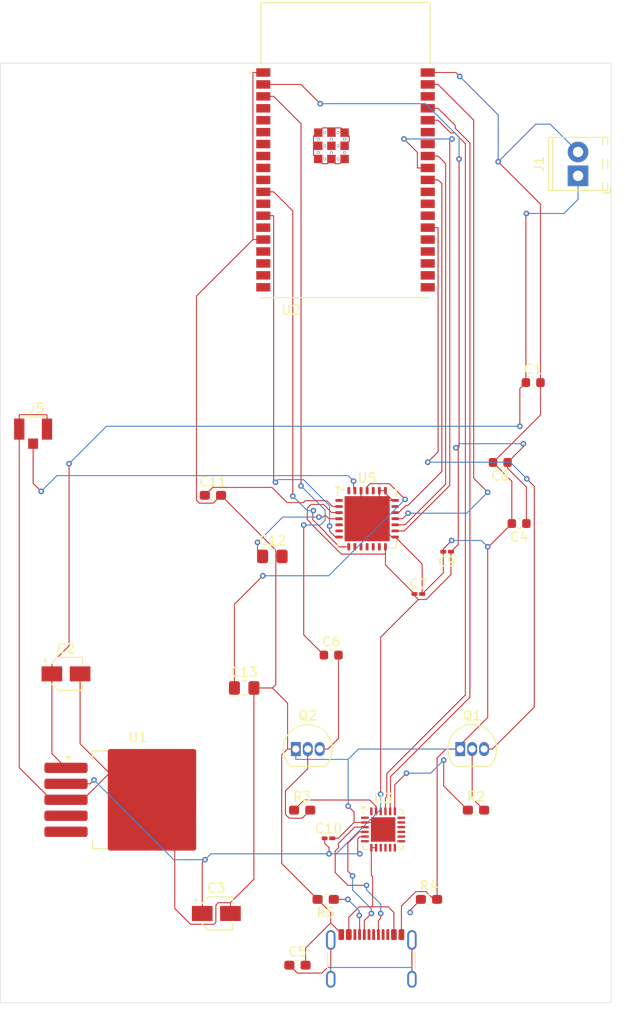
<source format=kicad_pcb>
(kicad_pcb (version 20240108) (generator "pcbnew") (generator_version "8.0")
  (layers (0 "F.Cu" signal) (31 "B.Cu" signal) (34 "B.Paste" user) (35 "F.Paste" user) (36 "B.SilkS" user "B.Silkscreen") (37 "F.SilkS" user "F.Silkscreen") (38 "B.Mask" user) (39 "F.Mask" user) (44 "Edge.Cuts" user))
  (net 0 "")
  (net 1 "GND")
  (net 2 "+12V")
  (net 3 "Net-(U1-OUT)")
  (net 4 "Net-(J4-SHIELD)")
  (net 5 "Net-(U2-EN)")
  (net 6 "Net-(Q2-C)")
  (net 7 "Net-(U5-VR_ANA)")
  (net 8 "Net-(U5-VR_DIG)")
  (net 9 "Net-(U5-VR_PA)")
  (net 11 "Net-(U3-D-)")
  (net 13 "Net-(U3-D+)")
  (net 14 "Net-(J4-CC1)")
  (net 15 "Net-(U3-VBUS)")
  (net 16 "Net-(J4-CC2)")
  (net 17 "Net-(J5-SIG)")
  (net 18 "Net-(Q1-C)")
  (net 19 "Net-(Q1-B)")
  (net 20 "Net-(Q2-B)")
  (net 21 "Net-(U3-~{RTS})")
  (net 22 "Net-(U3-~{DTR})")
  (net 26 "Net-(U2-IO19)")
  (net 30 "Net-(U2-EXP-Pad39_1)")
  (net 32 "Net-(U2-IO5)")
  (net 34 "Net-(U2-TXD0)")
  (net 39 "Net-(U2-IO18)")
  (net 44 "Net-(U2-IO14)")
  (net 47 "Net-(U2-RXD0)")
  (net 49 "Net-(U2-IO23)")
  (net 50 "Net-(U2-IO26)")
  (footprint "Capacitor_SMD:C_0603_1608Metric_Pad1.08x0.95mm_HandSolder" (layer "F.Cu") (at 134.6375 139 180)
    (property "Reference" "R5")
    (property "Value" "5.21kR")
  )
  (footprint "Capacitor_SMD:C_0201_0603Metric_Pad0.64x0.40mm_HandSolder" (layer "F.Cu") (at 134.9325 132.5)
    (property "Reference" "C10")
    (property "Value" "10uF")
  )
  (footprint "Capacitor_SMD:C_0603_1608Metric" (layer "F.Cu") (at 153.225 92.5 180)
    (property "Reference" "C8")
    (property "Value" "0.1uF")
  )
  (footprint "TerminalBlock_Phoenix:TerminalBlock_Phoenix_MPT-0,5-2-2.54_1x02_P2.54mm_Horizontal" (layer "F.Cu") (at 161.5 62 90)
    (property "Reference" "J1")
    (property "Value" "Screw_Terminal_01x02")
  )
  (footprint "Capacitor_SMD:C_0603_1608Metric_Pad1.08x0.95mm_HandSolder" (layer "F.Cu") (at 150.6375 129.5)
    (property "Reference" "R2")
    (property "Value" "10kR")
  )
  (footprint "Capacitor_SMD:C_0805_2012Metric_Pad1.18x1.45mm_HandSolder" (layer "F.Cu") (at 128.9625 102.5)
    (property "Reference" "C12")
    (property "Value" "1uF")
  )
  (footprint "Package_DFN_QFN:QFN-24-1EP_4x4mm_P0.5mm_EP2.6x2.6mm" (layer "F.Cu") (at 140.75 131.5625)
    (property "Reference" "U3")
    (property "Value" "CP2102N-Axx-xQFN24")
  )
  (footprint "Connector_USB:USB_C_Receptacle_GCT_USB4105-xx-A_16P_TopMnt_Horizontal" (layer "F.Cu") (at 139.5 146.425)
    (property "Reference" "J4" (hide yes))
    (property "Value" "USB_C_Receptacle_USB2.0_16P")
  )
  (footprint "Capacitor_SMD:C_0805_2012Metric_Pad1.18x1.45mm_HandSolder" (layer "F.Cu") (at 125.9625 116.5)
    (property "Reference" "C13")
    (property "Value" "1uF")
  )
  (footprint "Capacitor_SMD:C_0201_0603Metric_Pad0.64x0.40mm_HandSolder" (layer "F.Cu") (at 147.5675 102 180)
    (property "Reference" "C9")
    (property "Value" "10uF")
  )
  (footprint "Capacitor_SMD:C_0201_0603Metric_Pad0.64x0.40mm_HandSolder" (layer "F.Cu") (at 144.5 106.5)
    (property "Reference" "C7")
    (property "Value" "10uF")
  )
  (footprint "Capacitor_SMD:CP_Elec_3x5.3" (layer "F.Cu") (at 123 140.5)
    (property "Reference" "C3")
    (property "Value" "100uF")
  )
  (footprint "Capacitor_SMD:CP_Elec_3x5.3" (layer "F.Cu") (at 107 115)
    (property "Reference" "C2")
    (property "Value" "100uF")
  )
  (footprint "Package_TO_SOT_THT:TO-92_Inline" (layer "F.Cu") (at 148.96 123)
    (property "Reference" "Q1")
    (property "Value" "S8050")
  )
  (footprint "ESP32-WROVER-E-N4R8:XCVR_ESP32-WROVER-E-N4R8" (layer "F.Cu") (at 136.75 59.26)
    (property "Reference" "U2")
    (property "Value" "ESP32-WROVER-E-N4R8")
  )
  (footprint "UFL CONNECTOR:HRS_U.FL-R-SMT_01_" (layer "F.Cu") (at 103.5 88.95)
    (property "Reference" "J5")
    (property "Value" "U.FL-R-SMT_01_")
  )
  (footprint "Capacitor_SMD:C_0603_1608Metric_Pad1.08x0.95mm_HandSolder" (layer "F.Cu") (at 122.6375 96)
    (property "Reference" "C11")
    (property "Value" "1uF")
  )
  (footprint "Capacitor_SMD:C_0603_1608Metric_Pad1.08x0.95mm_HandSolder" (layer "F.Cu") (at 145.6375 139)
    (property "Reference" "R4")
    (property "Value" "5.21kR")
  )
  (footprint "Capacitor_SMD:C_0603_1608Metric" (layer "F.Cu") (at 155.225 99 180)
    (property "Reference" "C4")
    (property "Value" "0.1uF")
  )
  (footprint "Package_DFN_QFN:QFN-28-1EP_6x6mm_P0.65mm_EP4.8x4.8mm" (layer "F.Cu") (at 139.05 98.4875)
    (property "Reference" "U5")
    (property "Value" "SX1278")
  )
  (footprint "Capacitor_SMD:C_0603_1608Metric_Pad1.08x0.95mm_HandSolder" (layer "F.Cu") (at 131.6375 146)
    (property "Reference" "C5")
    (property "Value" "10nF")
  )
  (footprint "Package_TO_SOT_SMD:TO-263-5_TabPin3" (layer "F.Cu") (at 114.65 128.4)
    (property "Reference" "U1")
    (property "Value" "LM2596S-3.3")
  )
  (footprint "Capacitor_SMD:C_0603_1608Metric" (layer "F.Cu") (at 135.225 113)
    (property "Reference" "C6")
    (property "Value" "0.1uF")
  )
  (footprint "Package_TO_SOT_THT:TO-92_Inline" (layer "F.Cu") (at 131.46 123)
    (property "Reference" "Q2")
    (property "Value" "S8050")
  )
  (footprint "Capacitor_SMD:C_0603_1608Metric" (layer "F.Cu") (at 156.725 84)
    (property "Reference" "C1")
    (property "Value" "0.1uF")
  )
  (footprint "Capacitor_SMD:C_0603_1608Metric_Pad1.08x0.95mm_HandSolder" (layer "F.Cu") (at 132.1375 129.5)
    (property "Reference" "R3")
    (property "Value" "10kR")
  )
  (gr_line (start 100 50) (end 100 150) (stroke (width 0.05)) (layer "Edge.Cuts"))
  (gr_line (start 100 150) (end 165 150) (stroke (width 0.05)) (layer "Edge.Cuts"))
  (gr_line (start 165 50) (end 100 50) (stroke (width 0.05)) (layer "Edge.Cuts"))
  (gr_line (start 165 150) (end 165 50) (stroke (width 0.05)) (layer "Edge.Cuts"))
  (segment (start 136.9527 131.5223) (end 137.6625 130.8125) (width 0.1) (layer "F.Cu") (net 1))
  (segment (start 130.5832 118.1109) (end 130.5832 123) (width 0.1) (layer "F.Cu") (net 1))
  (segment (start 129.3318 101.8318) (end 129.3318 102.5) (width 0.1) (layer "F.Cu") (net 1))
  (segment (start 140.35 97.1875) (end 140.35 95.5) (width 0.1) (layer "F.Cu") (net 1))
  (segment (start 140 130.8125) (end 140.75 131.5625) (width 0.1) (layer "F.Cu") (net 1))
  (segment (start 147.16 101.6969) (end 148.0534 100.8035) (width 0.1) (layer "F.Cu") (net 1))
  (segment (start 146.147 139) (end 146.147 138.9999) (width 0.1) (layer "F.Cu") (net 1))
  (segment (start 128 68.78) (end 126.9992 68.78) (width 0.1) (layer "F.Cu") (net 1))
  (segment (start 140.35 95.5) (end 141 95.5) (width 0.1) (layer "F.Cu") (net 1))
  (segment (start 136.9526 131.5224) (end 136.9526 131.5223) (width 0.1) (layer "F.Cu") (net 1))
  (segment (start 135.1767 141.5089) (end 136.3 142.6322) (width 0.1) (layer "F.Cu") (net 1))
  (segment (start 141.2738 100.0398) (end 141.2738 96.5666) (width 0.1) (layer "F.Cu") (net 1))
  (segment (start 126.9992 68.78) (end 126.8998 68.78) (width 0.1) (layer "F.Cu") (net 1))
  (segment (start 142.0375 100.4375) (end 144.9075 103.3075) (width 0.1) (layer "F.Cu") (net 1))
  (segment (start 113.725 125.625) (end 113.725 128.4) (width 0.1) (layer "F.Cu") (net 1))
  (segment (start 126.8998 68.78) (end 126.8983 68.78) (width 0.1) (layer "F.Cu") (net 1))
  (segment (start 133.775 139) (end 129.9594 135.1844) (width 0.1) (layer "F.Cu") (net 1))
  (segment (start 118.575 139.9724) (end 120.2543 141.6517) (width 0.1) (layer "F.Cu") (net 1))
  (segment (start 145.3195 138.1724) (end 144.2305 138.1724) (width 0.1) (layer "F.Cu") (net 1))
  (segment (start 154.45 94.5) (end 152.45 92.5) (width 0.1) (layer "F.Cu") (net 1))
  (segment (start 108.5 115) (end 108.5 122.442) (width 0.1) (layer "F.Cu") (net 1))
  (segment (start 108.7894 128.4) (end 111.6237 125.5657) (width 0.1) (layer "F.Cu") (net 1))
  (segment (start 116.15 128.05) (end 118.575 125.625) (width 0.1) (layer "F.Cu") (net 1))
  (segment (start 118.575 125.625) (end 118.575 131.175) (width 0.1) (layer "F.Cu") (net 1))
  (segment (start 135.975 132.5) (end 135.34 132.5) (width 0.1) (layer "F.Cu") (net 1))
  (segment (start 118.575 131.175) (end 118.575 139.9724) (width 0.1) (layer "F.Cu") (net 1))
  (segment (start 137.6625 129.7084) (end 137.03 129.0759) (width 0.1) (layer "F.Cu") (net 1))
  (segment (start 120.2543 141.6517) (end 122.7457 141.6517) (width 0.1) (layer "F.Cu") (net 1))
  (segment (start 157.5 65) (end 157.5 84) (width 0.1) (layer "F.Cu") (net 1))
  (segment (start 154.45 99) (end 151.9772 101.4728) (width 0.1) (layer "F.Cu") (net 1))
  (segment (start 113.725 128.4) (end 113.725 131.175) (width 0.1) (layer "F.Cu") (net 1))
  (segment (start 132.5 146) (end 132.5 144.1856) (width 0.1) (layer "F.Cu") (net 1))
  (segment (start 122.7457 141.6517) (end 122.9517 141.4457) (width 0.1) (layer "F.Cu") (net 1))
  (segment (start 122.669 96.831) (end 123.5 96) (width 0.1) (layer "F.Cu") (net 1))
  (segment (start 130.5832 123) (end 130.5833 123) (width 0.1) (layer "F.Cu") (net 1))
  (segment (start 102.025 88.2116) (end 102.025 87.4733) (width 0.1) (layer "F.Cu") (net 1))
  (segment (start 136.9526 131.5223) (end 136.9527 131.5223) (width 0.1) (layer "F.Cu") (net 1))
  (segment (start 142.0375 100.4375) (end 141.6715 100.4375) (width 0.1) (layer "F.Cu") (net 1))
  (segment (start 157.5 87.45) (end 152.45 92.5) (width 0.1) (layer "F.Cu") (net 1))
  (segment (start 124.5 139.3483) (end 127 136.8483) (width 0.1) (layer "F.Cu") (net 1))
  (segment (start 132.5 144.1856) (end 135.1767 141.5089) (width 0.1) (layer "F.Cu") (net 1))
  (segment (start 137.6625 130.8125) (end 138.8125 130.8125) (width 0.1) (layer "F.Cu") (net 1))
  (segment (start 148.0833 123) (end 147.4548 123) (width 0.1) (layer "F.Cu") (net 1))
  (segment (start 126.8998 68.78) (end 120.8849 74.7949) (width 0.1) (layer "F.Cu") (net 1))
  (segment (start 102.0834 87.4149) (end 102.025 87.4733) (width 0.1) (layer "F.Cu") (net 1))
  (segment (start 121.1916 96.831) (end 122.669 96.831) (width 0.1) (layer "F.Cu") (net 1))
  (segment (start 148.5217 123) (end 148.0833 123) (width 0.1) (layer "F.Cu") (net 1))
  (segment (start 128.9723 116.5) (end 127 116.5) (width 0.1) (layer "F.Cu") (net 1))
  (segment (start 151.9772 101.4728) (end 151.882 101.4728) (width 0.1) (layer "F.Cu") (net 1))
  (segment (start 148.96 123) (end 148.5217 123) (width 0.1) (layer "F.Cu") (net 1))
  (segment (start 107 128.4) (end 108.7894 128.4) (width 0.1) (layer "F.Cu") (net 1))
  (segment (start 141.7682 96.5375) (end 142.0375 96.5375) (width 0.1) (layer "F.Cu") (net 1))
  (segment (start 142.7 139.7029) (end 142.7 142.745) (width 0.1) (layer "F.Cu") (net 1))
  (segment (start 120.8849 74.7949) (end 120.8849 96.5243) (width 0.1) (layer "F.Cu") (net 1))
  (segment (start 113.6657 125.5657) (end 113.725 125.625) (width 0.1) (layer "F.Cu") (net 1))
  (segment (start 133.775 139) (end 135.1767 140.4017) (width 0.1) (layer "F.Cu") (net 1))
  (segment (start 129.3318 116.1405) (end 129.3318 102.5) (width 0.1) (layer "F.Cu") (net 1))
  (segment (start 129.9594 135.1844) (end 129.9594 123.6238) (width 0.1) (layer "F.Cu") (net 1))
  (segment (start 128.9723 116.5) (end 129.3318 116.1405) (width 0.1) (layer "F.Cu") (net 1))
  (segment (start 104.975 87.4733) (end 104.9166 87.4149) (width 0.1) (layer "F.Cu") (net 1))
  (segment (start 108.5 122.442) (end 111.6237 125.5657) (width 0.1) (layer "F.Cu") (net 1))
  (segment (start 102.025 88.2116) (end 102.025 88.95) (width 0.1) (layer "F.Cu") (net 1))
  (segment (start 138.4 97.8375) (end 138.4 95.5) (width 0.1) (layer "F.Cu") (net 1))
  (segment (start 126.8983 51) (end 126.8983 68.78) (width 0.1) (layer "F.Cu") (net 1))
  (segment (start 144.2305 138.1724) (end 142.7 139.7029) (width 0.1) (layer "F.Cu") (net 1))
  (segment (start 153 60.5) (end 157.5 65) (width 0.1) (layer "F.Cu") (net 1))
  (segment (start 148.9116 51.4278) (end 148.4838 51) (width 0.1) (layer "F.Cu") (net 1))
  (segment (start 141 95.5) (end 141 95.7693) (width 0.1) (layer "F.Cu") (net 1))
  (segment (start 122.9517 141.4457) (end 122.9517 139.6135) (width 0.1) (layer "F.Cu") (net 1))
  (segment (start 129.9594 123.6238) (end 130.5832 123) (width 0.1) (layer "F.Cu") (net 1))
  (segment (start 138.8125 130.8125) (end 140 130.8125) (width 0.1) (layer "F.Cu") (net 1))
  (segment (start 154.45 99) (end 154.45 94.5) (width 0.1) (layer "F.Cu") (net 1))
  (segment (start 139.05 98.4875) (end 140.35 97.1875) (width 0.1) (layer "F.Cu") (net 1))
  (segment (start 144.9075 106.5) (end 147.16 104.2475) (width 0.1) (layer "F.Cu") (net 1))
  (segment (start 111.6237 125.5657) (end 113.6657 125.5657) (width 0.1) (layer "F.Cu") (net 1))
  (segment (start 102.025 124.98) (end 105.445 128.4) (width 0.1) (layer "F.Cu") (net 1))
  (segment (start 104.9166 87.4149) (end 102.0834 87.4149) (width 0.1) (layer "F.Cu") (net 1))
  (segment (start 127 136.8483) (end 127 116.5) (width 0.1) (layer "F.Cu") (net 1))
  (segment (start 141.6715 100.4375) (end 141.2738 100.0398) (width 0.1) (layer "F.Cu") (net 1))
  (segment (start 146.5 123.9548) (end 146.5 139) (width 0.1) (layer "F.Cu") (net 1))
  (segment (start 148.4838 51) (end 145.5 51) (width 0.1) (layer "F.Cu") (net 1))
  (segment (start 123.5 96) (end 129.3318 101.8318) (width 0.1) (layer "F.Cu") (net 1))
  (segment (start 135.975 132.5) (end 136.9526 131.5224) (width 0.1) (layer "F.Cu") (net 1))
  (segment (start 141.3029 96.5375) (end 142.0375 96.5375) (width 0.1) (layer "F.Cu") (net 1))
  (segment (start 120.8849 96.5243) (end 121.1916 96.831) (width 0.1) (layer "F.Cu") (net 1))
  (segment (start 151.882 119.6397) (end 148.5217 123) (width 0.1) (layer "F.Cu") (net 1))
  (segment (start 131.46 123) (end 130.5833 123) (width 0.1) (layer "F.Cu") (net 1))
  (segment (start 129.3318 102.5) (end 130 102.5) (width 0.1) (layer "F.Cu") (net 1))
  (segment (start 147.16 102) (end 147.16 101.6969) (width 0.1) (layer "F.Cu") (net 1))
  (segment (start 128 51) (end 126.8983 51) (width 0.1) (layer "F.Cu") (net 1))
  (segment (start 122.9517 139.6135) (end 123.2169 139.3483) (width 0.1) (layer "F.Cu") (net 1))
  (segment (start 123.2169 139.3483) (end 124.5 139.3483) (width 0.1) (layer "F.Cu") (net 1))
  (segment (start 146.147 138.9999) (end 145.3195 138.1724) (width 0.1) (layer "F.Cu") (net 1))
  (segment (start 147.4548 123) (end 146.5 123.9548) (width 0.1) (layer "F.Cu") (net 1))
  (segment (start 116.15 128.4) (end 113.725 128.4) (width 0.1) (layer "F.Cu") (net 1))
  (segment (start 157.5 84) (end 157.5 87.45) (width 0.1) (layer "F.Cu") (net 1))
  (segment (start 128.9723 116.5) (end 130.5832 118.1109) (width 0.1) (layer "F.Cu") (net 1))
  (segment (start 146.5 139) (end 146.147 139) (width 0.1) (layer "F.Cu") (net 1))
  (segment (start 116.15 128.4) (end 116.15 128.05) (width 0.1) (layer "F.Cu") (net 1))
  (segment (start 105.445 128.4) (end 107 128.4) (width 0.1) (layer "F.Cu") (net 1))
  (segment (start 135.1767 140.4017) (end 135.1767 141.5089) (width 0.1) (layer "F.Cu") (net 1))
  (segment (start 151.882 101.4728) (end 151.882 119.6397) (width 0.1) (layer "F.Cu") (net 1))
  (segment (start 102.025 88.95) (end 102.025 124.98) (width 0.1) (layer "F.Cu") (net 1))
  (segment (start 141.2738 96.5666) (end 141.3029 96.5375) (width 0.1) (layer "F.Cu") (net 1))
  (segment (start 144.9075 103.3075) (end 144.9075 106.5) (width 0.1) (layer "F.Cu") (net 1))
  (segment (start 136.3 142.6322) (end 136.3 142.745) (width 0.1) (layer "F.Cu") (net 1))
  (segment (start 104.975 88.95) (end 104.975 87.4733) (width 0.1) (layer "F.Cu") (net 1))
  (segment (start 141 95.7693) (end 141.7682 96.5375) (width 0.1) (layer "F.Cu") (net 1))
  (segment (start 139.05 98.4875) (end 138.4 97.8375) (width 0.1) (layer "F.Cu") (net 1))
  (segment (start 137.6625 130.8125) (end 137.6625 129.7084) (width 0.1) (layer "F.Cu") (net 1))
  (segment (start 147.16 104.2475) (end 147.16 102) (width 0.1) (layer "F.Cu") (net 1))
  (segment (start 124.5 140.5) (end 124.5 139.3483) (width 0.1) (layer "F.Cu") (net 1))
  (via (at 148.0534 100.8035) (size 0.6) (drill 0.3) (layers "F.Cu" "B.Cu") (net 1))
  (via (at 148.9116 51.4278) (size 0.6) (drill 0.3) (layers "F.Cu" "B.Cu") (net 1))
  (via (at 151.882 101.4728) (size 0.6) (drill 0.3) (layers "F.Cu" "B.Cu") (net 1))
  (via (at 153 60.5) (size 0.6) (drill 0.3) (layers "F.Cu" "B.Cu") (net 1))
  (via (at 137.03 129.0759) (size 0.6) (drill 0.3) (layers "F.Cu" "B.Cu") (net 1))
  (segment (start 151.2127 100.8035) (end 151.882 101.4728) (width 0.1) (layer "B.Cu") (net 1))
  (segment (start 137.03 129.0759) (end 137.03 124.1017) (width 0.1) (layer "B.Cu") (net 1))
  (segment (start 138.1317 123) (end 137.03 124.1017) (width 0.1) (layer "B.Cu") (net 1))
  (segment (start 157 56.5) (end 157.04 56.46) (width 0.1) (layer "B.Cu") (net 1))
  (segment (start 157 56.5) (end 158.54 56.5) (width 0.1) (layer "B.Cu") (net 1))
  (segment (start 153 60.5) (end 157 56.5) (width 0.1) (layer "B.Cu") (net 1))
  (segment (start 131.46 123) (end 131.46 124.1017) (width 0.1) (layer "B.Cu") (net 1))
  (segment (start 148.96 123) (end 148.0833 123) (width 0.1) (layer "B.Cu") (net 1))
  (segment (start 148.0833 123) (end 138.1317 123) (width 0.1) (layer "B.Cu") (net 1))
  (segment (start 158.54 56.5) (end 161.5 59.46) (width 0.1) (layer "B.Cu") (net 1))
  (segment (start 137.03 124.1017) (end 131.46 124.1017) (width 0.1) (layer "B.Cu") (net 1))
  (segment (start 148.0534 100.8035) (end 151.2127 100.8035) (width 0.1) (layer "B.Cu") (net 1))
  (segment (start 153 60.5) (end 153 55.5162) (width 0.1) (layer "B.Cu") (net 1))
  (segment (start 153 55.5162) (end 148.9116 51.4278) (width 0.1) (layer "B.Cu") (net 1))
  (segment (start 105.5 123.5) (end 105.5 115) (width 0.1) (layer "F.Cu") (net 2))
  (segment (start 155.307 84.643) (end 155.95 84) (width 0.1) (layer "F.Cu") (net 2))
  (segment (start 107 125) (end 105.5 123.5) (width 0.1) (layer "F.Cu") (net 2))
  (segment (start 105.5 115) (end 105.5 113.8483) (width 0.1) (layer "F.Cu") (net 2))
  (segment (start 155.95 84) (end 155.95 66.05) (width 0.1) (layer "F.Cu") (net 2))
  (segment (start 107.326 112.0223) (end 107.326 92.6315) (width 0.1) (layer "F.Cu") (net 2))
  (segment (start 105.5 113.8483) (end 107.326 112.0223) (width 0.1) (layer "F.Cu") (net 2))
  (segment (start 155.95 66.05) (end 156 66) (width 0.1) (layer "F.Cu") (net 2))
  (segment (start 155.307 88.65) (end 155.307 84.643) (width 0.1) (layer "F.Cu") (net 2))
  (via (at 107.326 92.6315) (size 0.6) (drill 0.3) (layers "F.Cu" "B.Cu") (net 2))
  (via (at 156 66) (size 0.6) (drill 0.3) (layers "F.Cu" "B.Cu") (net 2))
  (via (at 155.307 88.65) (size 0.6) (drill 0.3) (layers "F.Cu" "B.Cu") (net 2))
  (segment (start 161.5 64.5) (end 161.5 62) (width 0.1) (layer "B.Cu") (net 2))
  (segment (start 156 66) (end 160 66) (width 0.1) (layer "B.Cu") (net 2))
  (segment (start 111.3075 88.65) (end 155.307 88.65) (width 0.1) (layer "B.Cu") (net 2))
  (segment (start 107.326 92.6315) (end 111.3075 88.65) (width 0.1) (layer "B.Cu") (net 2))
  (segment (start 160 66) (end 161.5 64.5) (width 0.1) (layer "B.Cu") (net 2))
  (segment (start 148.8376 90.846) (end 148.7523 90.9313) (width 0.1) (layer "F.Cu") (net 3))
  (segment (start 155.9999 99) (end 156 99) (width 0.1) (layer "F.Cu") (net 3))
  (segment (start 135.277 97.8375) (end 134.4121 96.9726) (width 0.1) (layer "F.Cu") (net 3))
  (segment (start 147.975 102) (end 147.975 104.4394) (width 0.1) (layer "F.Cu") (net 3))
  (segment (start 155.9999 95.1155) (end 155.9999 99) (width 0.1) (layer "F.Cu") (net 3))
  (segment (start 133.011 98.9593) (end 136.3038 102.2521) (width 0.1) (layer "F.Cu") (net 3))
  (segment (start 133.011 98.8988) (end 133.011 98.9593) (width 0.1) (layer "F.Cu") (net 3))
  (segment (start 121.5 135.0747) (end 121.7941 134.7806) (width 0.1) (layer "F.Cu") (net 3))
  (segment (start 144.5039 107.0866) (end 140.489 111.1015) (width 0.1) (layer "F.Cu") (net 3))
  (segment (start 138.0462 132.5557) (end 138.2894 132.3125) (width 0.1) (layer "F.Cu") (net 3))
  (segment (start 134.525 133.025) (end 134.525 132.5) (width 0.1) (layer "F.Cu") (net 3))
  (segment (start 136.0625 97.8375) (end 135.277 97.8375) (width 0.1) (layer "F.Cu") (net 3))
  (segment (start 136.3038 102.2521) (end 141 102.2521) (width 0.1) (layer "F.Cu") (net 3))
  (segment (start 121.5 140.5) (end 121.5 135.0747) (width 0.1) (layer "F.Cu") (net 3))
  (segment (start 141 102.2521) (end 141 103.4075) (width 0.1) (layer "F.Cu") (net 3))
  (segment (start 134.4121 96.9726) (end 133.062 96.9726) (width 0.1) (layer "F.Cu") (net 3))
  (segment (start 154 92.5) (end 155.6791 90.8209) (width 0.1) (layer "F.Cu") (net 3))
  (segment (start 132.6802 98.568) (end 133.011 98.8988) (width 0.1) (layer "F.Cu") (net 3))
  (segment (start 107 126.7) (end 109.5677 126.7) (width 0.1) (layer "F.Cu") (net 3))
  (segment (start 154 92.5) (end 154 93.1156) (width 0.1) (layer "F.Cu") (net 3))
  (segment (start 140.489 111.1015) (end 140.489 127.8) (width 0.1) (layer "F.Cu") (net 3))
  (segment (start 147.975 102) (end 148.7523 101.2227) (width 0.1) (layer "F.Cu") (net 3))
  (segment (start 154 93.1156) (end 155.9999 95.1155) (width 0.1) (layer "F.Cu") (net 3))
  (segment (start 155.6791 90.8209) (end 155.6791 90.5053) (width 0.1) (layer "F.Cu") (net 3))
  (segment (start 148.7523 90.9313) (end 148.4963 90.9313) (width 0.1) (layer "F.Cu") (net 3))
  (segment (start 138.2777 134.1511) (end 138.0462 133.9196) (width 0.1) (layer "F.Cu") (net 3))
  (segment (start 148.8376 60.2134) (end 148.8376 90.846) (width 0.1) (layer "F.Cu") (net 3))
  (segment (start 141 101.475) (end 141 102.2521) (width 0.1) (layer "F.Cu") (net 3))
  (segment (start 138.2894 132.3125) (end 138.8125 132.3125) (width 0.1) (layer "F.Cu") (net 3))
  (segment (start 138.0462 133.9196) (end 138.0462 132.5557) (width 0.1) (layer "F.Cu") (net 3))
  (segment (start 132.0104 52.27) (end 134.0596 54.3192) (width 0.1) (layer "F.Cu") (net 3))
  (segment (start 144.0925 106.6752) (end 144.5039 107.0866) (width 0.1) (layer "F.Cu") (net 3))
  (segment (start 128 52.27) (end 132.0104 52.27) (width 0.1) (layer "F.Cu") (net 3))
  (segment (start 144.0925 106.5) (end 144.0925 106.6752) (width 0.1) (layer "F.Cu") (net 3))
  (segment (start 132.6802 97.3544) (end 132.6802 98.568) (width 0.1) (layer "F.Cu") (net 3))
  (segment (start 141 103.4075) (end 144.0925 106.5) (width 0.1) (layer "F.Cu") (net 3))
  (segment (start 147.975 104.4394) (end 145.3278 107.0866) (width 0.1) (layer "F.Cu") (net 3))
  (segment (start 145.3278 107.0866) (end 144.5039 107.0866) (width 0.1) (layer "F.Cu") (net 3))
  (segment (start 135 133.5) (end 134.525 133.025) (width 0.1) (layer "F.Cu") (net 3))
  (segment (start 109.5677 126.7) (end 109.9784 126.2893) (width 0.1) (layer "F.Cu") (net 3))
  (segment (start 133.062 96.9726) (end 132.6802 97.3544) (width 0.1) (layer "F.Cu") (net 3))
  (segment (start 135 134.1511) (end 135 133.5) (width 0.1) (layer "F.Cu") (net 3))
  (segment (start 148.7523 101.2227) (end 148.7523 90.9313) (width 0.1) (layer "F.Cu") (net 3))
  (via (at 121.7941 134.7806) (size 0.6) (drill 0.3) (layers "F.Cu" "B.Cu") (net 3))
  (via (at 109.9784 126.2893) (size 0.6) (drill 0.3) (layers "F.Cu" "B.Cu") (net 3))
  (via (at 140.489 127.8) (size 0.6) (drill 0.3) (layers "F.Cu" "B.Cu") (net 3))
  (via (at 134.0596 54.3192) (size 0.6) (drill 0.3) (layers "F.Cu" "B.Cu") (net 3))
  (via (at 155.6791 90.5053) (size 0.6) (drill 0.3) (layers "F.Cu" "B.Cu") (net 3))
  (via (at 148.8376 60.2134) (size 0.6) (drill 0.3) (layers "F.Cu" "B.Cu") (net 3))
  (via (at 148.4963 90.9313) (size 0.6) (drill 0.3) (layers "F.Cu" "B.Cu") (net 3))
  (via (at 135 134.1511) (size 0.6) (drill 0.3) (layers "F.Cu" "B.Cu") (net 3))
  (via (at 138.2777 134.1511) (size 0.6) (drill 0.3) (layers "F.Cu" "B.Cu") (net 3))
  (segment (start 135 134.1511) (end 135.7622 134.1511) (width 0.1) (layer "B.Cu") (net 3))
  (segment (start 155.6791 90.5053) (end 148.9223 90.5053) (width 0.1) (layer "B.Cu") (net 3))
  (segment (start 135.7622 134.1511) (end 140.489 129.4243) (width 0.1) (layer "B.Cu") (net 3))
  (segment (start 136.0403 134.1511) (end 122.4236 134.1511) (width 0.1) (layer "B.Cu") (net 3))
  (segment (start 118.4697 134.7806) (end 121.7941 134.7806) (width 0.1) (layer "B.Cu") (net 3))
  (segment (start 148.9223 90.5053) (end 148.4963 90.9313) (width 0.1) (layer "B.Cu") (net 3))
  (segment (start 134.0596 54.3192) (end 145.2638 54.3192) (width 0.1) (layer "B.Cu") (net 3))
  (segment (start 136.0403 134.1511) (end 135 134.1511) (width 0.1) (layer "B.Cu") (net 3))
  (segment (start 136.0403 134.1511) (end 138.2777 134.1511) (width 0.1) (layer "B.Cu") (net 3))
  (segment (start 109.9784 126.2893) (end 118.4697 134.7806) (width 0.1) (layer "B.Cu") (net 3))
  (segment (start 122.4236 134.1511) (end 121.7941 134.7806) (width 0.1) (layer "B.Cu") (net 3))
  (segment (start 148.8376 57.893) (end 148.8376 60.2134) (width 0.1) (layer "B.Cu") (net 3))
  (segment (start 145.2638 54.3192) (end 148.8376 57.893) (width 0.1) (layer "B.Cu") (net 3))
  (segment (start 140.489 129.4243) (end 140.489 127.8) (width 0.1) (layer "B.Cu") (net 3))
  (segment (start 135.18 146.2483) (end 134.8272 146.2483) (width 0.1) (layer "F.Cu") (net 4))
  (segment (start 135.18 147.5) (end 135.18 146.2483) (width 0.1) (layer "F.Cu") (net 4))
  (segment (start 131.6163 146.8413) (end 130.775 146) (width 0.1) (layer "F.Cu") (net 4))
  (segment (start 135.18 146.2483) (end 135.18 143.32) (width 0.1) (layer "F.Cu") (net 4))
  (segment (start 134.2342 146.8413) (end 131.6163 146.8413) (width 0.1) (layer "F.Cu") (net 4))
  (segment (start 143.82 147.5) (end 143.82 143.32) (width 0.1) (layer "F.Cu") (net 4))
  (segment (start 134.8272 146.2483) (end 134.2342 146.8413) (width 0.1) (layer "F.Cu") (net 4))
  (segment (start 143.82 147.5) (end 143.82 146.2483) (width 0.1) (layer "B.Cu") (net 4))
  (segment (start 135.18 147.5) (end 135.18 146.2483) (width 0.1) (layer "B.Cu") (net 4))
  (segment (start 135.18 146.2483) (end 143.82 146.2483) (width 0.1) (layer "B.Cu") (net 4))
  (segment (start 129.1017 53.54) (end 132.0134 56.4517) (width 0.1) (layer "F.Cu") (net 5))
  (segment (start 132.302 110.852) (end 134.45 113) (width 0.1) (layer "F.Cu") (net 5))
  (segment (start 132.302 99.1562) (end 132.302 110.852) (width 0.1) (layer "F.Cu") (net 5))
  (segment (start 132.0134 56.4517) (end 132.0134 94.9983) (width 0.1) (layer "F.Cu") (net 5))
  (segment (start 128 53.54) (end 129.1017 53.54) (width 0.1) (layer "F.Cu") (net 5))
  (via (at 132.0134 94.9983) (size 0.6) (drill 0.3) (layers "F.Cu" "B.Cu") (net 5))
  (via (at 132.302 99.1562) (size 0.6) (drill 0.3) (layers "F.Cu" "B.Cu") (net 5))
  (segment (start 134.5821 97.567) (end 134.5821 98.6519) (width 0.1) (layer "B.Cu") (net 5))
  (segment (start 134.0778 99.1562) (end 132.302 99.1562) (width 0.1) (layer "B.Cu") (net 5))
  (segment (start 134.5821 98.6519) (end 134.0778 99.1562) (width 0.1) (layer "B.Cu") (net 5))
  (segment (start 132.0134 94.9983) (end 134.5821 97.567) (width 0.1) (layer "B.Cu") (net 5))
  (segment (start 134 123) (end 134.8767 123) (width 0.1) (layer "F.Cu") (net 6))
  (segment (start 136 113) (end 136 121.8767) (width 0.1) (layer "F.Cu") (net 6))
  (segment (start 136 121.8767) (end 134.8767 123) (width 0.1) (layer "F.Cu") (net 6))
  (segment (start 121.775 96) (end 122.6114 95.1636) (width 0.1) (layer "F.Cu") (net 7))
  (segment (start 128.9224 95.1636) (end 130.5334 96.7746) (width 0.1) (layer "F.Cu") (net 7))
  (segment (start 132.4661 96.5709) (end 134.7448 96.5709) (width 0.1) (layer "F.Cu") (net 7))
  (segment (start 134.7448 96.5709) (end 135.3614 97.1875) (width 0.1) (layer "F.Cu") (net 7))
  (segment (start 130.5334 96.7746) (end 132.2624 96.7746) (width 0.1) (layer "F.Cu") (net 7))
  (segment (start 132.2624 96.7746) (end 132.4661 96.5709) (width 0.1) (layer "F.Cu") (net 7))
  (segment (start 135.3614 97.1875) (end 136.0625 97.1875) (width 0.1) (layer "F.Cu") (net 7))
  (segment (start 122.6114 95.1636) (end 128.9224 95.1636) (width 0.1) (layer "F.Cu") (net 7))
  (segment (start 134.5946 98.0968) (end 134.3766 98.3148) (width 0.1) (layer "F.Cu") (net 8))
  (segment (start 136.0625 98.4875) (end 134.9853 98.4875) (width 0.1) (layer "F.Cu") (net 8))
  (segment (start 127.3827 101.9577) (end 127.3827 101.0039) (width 0.1) (layer "F.Cu") (net 8))
  (segment (start 134.9853 98.4875) (end 134.5946 98.0968) (width 0.1) (layer "F.Cu") (net 8))
  (segment (start 127.925 102.5) (end 127.3827 101.9577) (width 0.1) (layer "F.Cu") (net 8))
  (segment (start 134.3766 98.3148) (end 133.9167 98.3148) (width 0.1) (layer "F.Cu") (net 8))
  (via (at 133.9167 98.3148) (size 0.6) (drill 0.3) (layers "F.Cu" "B.Cu") (net 8))
  (via (at 127.3827 101.0039) (size 0.6) (drill 0.3) (layers "F.Cu" "B.Cu") (net 8))
  (segment (start 130.0717 98.3149) (end 133.9167 98.3149) (width 0.1) (layer "B.Cu") (net 8))
  (segment (start 127.3827 101.0039) (end 130.0717 98.3149) (width 0.1) (layer "B.Cu") (net 8))
  (segment (start 133.9167 98.3149) (end 133.9167 98.3148) (width 0.1) (layer "B.Cu") (net 8))
  (segment (start 141.4271 94.7582) (end 143.0937 96.4248) (width 0.1) (layer "F.Cu") (net 9))
  (segment (start 124.925 116.5) (end 124.925 107.5924) (width 0.1) (layer "F.Cu") (net 9))
  (segment (start 139.05 95.074) (end 139.3658 94.7582) (width 0.1) (layer "F.Cu") (net 9))
  (segment (start 139.05 95.5) (end 139.05 95.074) (width 0.1) (layer "F.Cu") (net 9))
  (segment (start 124.925 107.5924) (end 127.9577 104.5597) (width 0.1) (layer "F.Cu") (net 9))
  (segment (start 139.3658 94.7582) (end 141.4271 94.7582) (width 0.1) (layer "F.Cu") (net 9))
  (via (at 127.9577 104.5597) (size 0.6) (drill 0.3) (layers "F.Cu" "B.Cu") (net 9))
  (via (at 143.0937 96.4248) (size 0.6) (drill 0.3) (layers "F.Cu" "B.Cu") (net 9))
  (segment (start 143.0937 96.4248) (end 134.9588 104.5597) (width 0.1) (layer "B.Cu") (net 9))
  (segment (start 134.9588 104.5597) (end 127.9577 104.5597) (width 0.1) (layer "B.Cu") (net 9))
  (segment (start 138.223714 131.8125) (end 137.018107 133.018107) (width 0.1) (layer "F.Cu") (net 11))
  (segment (start 138.75 141.25) (end 138.75 142.745) (width 0.1) (layer "F.Cu") (net 11))
  (segment (start 137.018107 133.018107) (end 137 133.036214) (width 0.1) (layer "F.Cu") (net 11))
  (segment (start 139.5 140.5) (end 138.75 141.25) (width 0.1) (layer "F.Cu") (net 11))
  (segment (start 137 133.036214) (end 137 136) (width 0.1) (layer "F.Cu") (net 11))
  (segment (start 138.8125 131.8125) (end 138.223714 131.8125) (width 0.1) (layer "F.Cu") (net 11))
  (segment (start 137 136) (end 137.5 136.5) (width 0.1) (layer "F.Cu") (net 11))
  (via (at 137.5 136.5) (size 0.6) (drill 0.3) (layers "F.Cu" "B.Cu") (net 11))
  (via (at 139.5 140.5) (size 0.6) (drill 0.3) (layers "F.Cu" "B.Cu") (net 11))
  (segment (start 137.5 136.5) (end 137.5 138) (width 0.1) (layer "B.Cu") (net 11))
  (segment (start 137.5 138) (end 139.5 140) (width 0.1) (layer "B.Cu") (net 11))
  (segment (start 139.5 140) (end 139.5 140.5) (width 0.1) (layer "B.Cu") (net 11))
  (segment (start 135.65 136.15) (end 135.65 133.85) (width 0.1) (layer "F.Cu") (net 13))
  (segment (start 137.728186 131.3125) (end 138.8125 131.3125) (width 0.1) (layer "F.Cu") (net 13))
  (segment (start 136 133.5) (end 136 133.040686) (width 0.1) (layer "F.Cu") (net 13))
  (segment (start 140.5 140.5) (end 140.5 141) (width 0.1) (layer "F.Cu") (net 13))
  (segment (start 140.5 141) (end 140.25 141.25) (width 0.1) (layer "F.Cu") (net 13))
  (segment (start 136 133.040686) (end 137.728186 131.3125) (width 0.1) (layer "F.Cu") (net 13))
  (segment (start 140.25 141.25) (end 140.25 142.745) (width 0.1) (layer "F.Cu") (net 13))
  (segment (start 137 137.5) (end 135.65 136.15) (width 0.1) (layer "F.Cu") (net 13))
  (segment (start 135.65 133.85) (end 136 133.5) (width 0.1) (layer "F.Cu") (net 13))
  (segment (start 138.9843 137.5) (end 137 137.5) (width 0.1) (layer "F.Cu") (net 13))
  (via (at 138.9843 137.5) (size 0.6) (drill 0.3) (layers "F.Cu" "B.Cu") (net 13))
  (via (at 140.5 140.5) (size 0.6) (drill 0.3) (layers "F.Cu" "B.Cu") (net 13))
  (segment (start 138.9843 137.9843) (end 138.9843 137.5) (width 0.1) (layer "B.Cu") (net 13))
  (segment (start 140.5 139.5) (end 138.9843 137.9843) (width 0.1) (layer "B.Cu") (net 13))
  (segment (start 140.5 140.5) (end 140.5 139.5) (width 0.1) (layer "B.Cu") (net 13))
  (segment (start 138.20962 140.70962) (end 138.25 140.75) (width 0.1) (layer "F.Cu") (net 14))
  (segment (start 135.5 139) (end 137 139) (width 0.1) (layer "F.Cu") (net 14))
  (segment (start 138.25 140.75) (end 138.25 142.745) (width 0.1) (layer "F.Cu") (net 14))
  (via (at 137 139) (size 0.6) (drill 0.3) (layers "F.Cu" "B.Cu") (net 14))
  (via (at 138.20962 140.70962) (size 0.6) (drill 0.3) (layers "F.Cu" "B.Cu") (net 14))
  (segment (start 138.20962 140.20962) (end 137 139) (width 0.1) (layer "B.Cu") (net 14))
  (segment (start 138.20962 140.70962) (end 138.20962 140.20962) (width 0.1) (layer "B.Cu") (net 14))
  (segment (start 141.2902 139.7902) (end 139.4951 139.7902) (width 0.1) (layer "F.Cu") (net 15))
  (segment (start 139.5 133.5) (end 140 133.5) (width 0.1) (layer "F.Cu") (net 15))
  (segment (start 139.6343 136.568) (end 139.5 136.4337) (width 0.1) (layer "F.Cu") (net 15))
  (segment (start 139.5 136.4337) (end 139.5 133.5) (width 0.1) (layer "F.Cu") (net 15))
  (segment (start 141.9 142.745) (end 141.9 140.4) (width 0.1) (layer "F.Cu") (net 15))
  (segment (start 138.2098 139.7902) (end 137.1 140.9) (width 0.1) (layer "F.Cu") (net 15))
  (segment (start 139.6343 139.651) (end 139.6343 136.568) (width 0.1) (layer "F.Cu") (net 15))
  (segment (start 139.4951 139.7902) (end 138.2098 139.7902) (width 0.1) (layer "F.Cu") (net 15))
  (segment (start 139.4951 139.7902) (end 139.6343 139.651) (width 0.1) (layer "F.Cu") (net 15))
  (segment (start 141.9 140.4) (end 141.2902 139.7902) (width 0.1) (layer "F.Cu") (net 15))
  (segment (start 137.1 140.9) (end 137.1 142.745) (width 0.1) (layer "F.Cu") (net 15))
  (segment (start 143.634 140.141) (end 144.775 139) (width 0.1) (layer "F.Cu") (net 16))
  (segment (start 143.634 140.3967) (end 143.634 140.141) (width 0.1) (layer "F.Cu") (net 16))
  (via (at 143.634 140.3967) (size 0.6) (drill 0.3) (layers "F.Cu" "B.Cu") (net 16))
  (segment (start 137.6068 95.3568) (end 137.75 95.5) (width 0.1) (layer "F.Cu") (net 17))
  (segment (start 103.5 94.723) (end 103.5 90.5) (width 0.1) (layer "F.Cu") (net 17))
  (segment (start 104.3556 95.5786) (end 103.5 94.723) (width 0.1) (layer "F.Cu") (net 17))
  (segment (start 137.6068 94.483) (end 137.6068 95.3568) (width 0.1) (layer "F.Cu") (net 17))
  (via (at 104.3556 95.5786) (size 0.6) (drill 0.3) (layers "F.Cu" "B.Cu") (net 17))
  (via (at 137.6068 94.483) (size 0.6) (drill 0.3) (layers "F.Cu" "B.Cu") (net 17))
  (segment (start 137.6068 94.483) (end 137.0233 93.8995) (width 0.1) (layer "B.Cu") (net 17))
  (segment (start 137.0233 93.8995) (end 106.0347 93.8995) (width 0.1) (layer "B.Cu") (net 17))
  (segment (start 106.0347 93.8995) (end 104.3556 95.5786) (width 0.1) (layer "B.Cu") (net 17))
  (segment (start 156.8425 95.0344) (end 156.0535 94.2454) (width 0.1) (layer "F.Cu") (net 18))
  (segment (start 145.5 67.51) (end 146.6017 67.51) (width 0.1) (layer "F.Cu") (net 18))
  (segment (start 151.5 123) (end 152.3767 123) (width 0.1) (layer "F.Cu") (net 18))
  (segment (start 156.8425 118.5342) (end 156.8425 95.0344) (width 0.1) (layer "F.Cu") (net 18))
  (segment (start 146.6017 91.3754) (end 146.6017 67.51) (width 0.1) (layer "F.Cu") (net 18))
  (segment (start 145.5039 92.4732) (end 146.6017 91.3754) (width 0.1) (layer "F.Cu") (net 18))
  (segment (start 152.3767 123) (end 156.8425 118.5342) (width 0.1) (layer "F.Cu") (net 18))
  (via (at 156.0535 94.2454) (size 0.6) (drill 0.3) (layers "F.Cu" "B.Cu") (net 18))
  (via (at 145.5039 92.4732) (size 0.6) (drill 0.3) (layers "F.Cu" "B.Cu") (net 18))
  (segment (start 156.0535 94.2454) (end 154.2813 92.4732) (width 0.1) (layer "B.Cu") (net 18))
  (segment (start 154.2813 92.4732) (end 145.5039 92.4732) (width 0.1) (layer "B.Cu") (net 18))
  (segment (start 150.23 128.23) (end 151.5 129.5) (width 0.1) (layer "F.Cu") (net 19))
  (segment (start 150.23 123) (end 150.23 128.23) (width 0.1) (layer "F.Cu") (net 19))
  (segment (start 130.3611 129.9636) (end 130.3611 127.4514) (width 0.1) (layer "F.Cu") (net 20))
  (segment (start 132.1392 130.3608) (end 130.7583 130.3608) (width 0.1) (layer "F.Cu") (net 20))
  (segment (start 132.73 125.0825) (end 132.73 123) (width 0.1) (layer "F.Cu") (net 20))
  (segment (start 130.3611 127.4514) (end 132.73 125.0825) (width 0.1) (layer "F.Cu") (net 20))
  (segment (start 130.7583 130.3608) (end 130.3611 129.9636) (width 0.1) (layer "F.Cu") (net 20))
  (segment (start 133 129.5) (end 132.1392 130.3608) (width 0.1) (layer "F.Cu") (net 20))
  (segment (start 142 126.8016) (end 142 129.625) (width 0.1) (layer "F.Cu") (net 21))
  (segment (start 147.1988 126.9238) (end 147.1988 124.1776) (width 0.1) (layer "F.Cu") (net 21))
  (segment (start 143.2336 125.568) (end 142 126.8016) (width 0.1) (layer "F.Cu") (net 21))
  (segment (start 149.775 129.5) (end 147.1988 126.9238) (width 0.1) (layer "F.Cu") (net 21))
  (via (at 143.2336 125.568) (size 0.6) (drill 0.3) (layers "F.Cu" "B.Cu") (net 21))
  (via (at 147.1988 124.1776) (size 0.6) (drill 0.3) (layers "F.Cu" "B.Cu") (net 21))
  (segment (start 145.8084 125.568) (end 143.2336 125.568) (width 0.1) (layer "B.Cu") (net 21))
  (segment (start 147.1988 124.1776) (end 145.8084 125.568) (width 0.1) (layer "B.Cu") (net 21))
  (segment (start 140 129.625) (end 140 129.1049) (width 0.1) (layer "F.Cu") (net 22))
  (segment (start 139.3193 128.4242) (end 132.3508 128.4242) (width 0.1) (layer "F.Cu") (net 22))
  (segment (start 132.3508 128.4242) (end 131.275 129.5) (width 0.1) (layer "F.Cu") (net 22))
  (segment (start 140 129.1049) (end 139.3193 128.4242) (width 0.1) (layer "F.Cu") (net 22))
  (segment (start 142.0375 99.1375) (end 143.0863 99.1375) (width 0.1) (layer "F.Cu") (net 26))
  (segment (start 147.4051 94.8187) (end 147.4051 60.6934) (width 0.1) (layer "F.Cu") (net 26))
  (segment (start 143.0863 99.1375) (end 147.4051 94.8187) (width 0.1) (layer "F.Cu") (net 26))
  (segment (start 147.4051 60.6934) (end 146.6017 59.89) (width 0.1) (layer "F.Cu") (net 26))
  (segment (start 145.5 59.89) (end 146.6017 59.89) (width 0.1) (layer "F.Cu") (net 26))
  (segment (start 133.3434 57.7656) (end 133.709 57.4) (width 0.1) (layer "F.Cu") (net 30))
  (segment (start 135.25 56.8921) (end 135.25 57.4) (width 0.1) (layer "F.Cu") (net 30))
  (segment (start 133.85 60.2) (end 133.7446 60.2) (width 0.1) (layer "F.Cu") (net 30))
  (segment (start 133.85 57.4) (end 133.85 57.383) (width 0.1) (layer "F.Cu") (net 30))
  (segment (start 135.6633 60.7079) (end 135.25 60.2946) (width 0.1) (layer "F.Cu") (net 30))
  (segment (start 133.3434 58.8) (end 133.3434 57.7656) (width 0.1) (layer "F.Cu") (net 30))
  (segment (start 136.65 58.8) (end 136.6636 58.8) (width 0.1) (layer "F.Cu") (net 30))
  (segment (start 133.3434 59.7988) (end 133.3434 58.8) (width 0.1) (layer "F.Cu") (net 30))
  (segment (start 133.85 58.8) (end 133.3434 58.8) (width 0.1) (layer "F.Cu") (net 30))
  (segment (start 135.25 56.8921) (end 136.2576 56.8921) (width 0.1) (layer "F.Cu") (net 30))
  (segment (start 133.7446 60.2) (end 133.3434 59.7988) (width 0.1) (layer "F.Cu") (net 30))
  (segment (start 133.85 60.2925) (end 133.85 60.2) (width 0.1) (layer "F.Cu") (net 30))
  (segment (start 136.6636 58.8) (end 137.1567 58.3069) (width 0.1) (layer "F.Cu") (net 30))
  (segment (start 136.2576 56.8921) (end 136.65 57.2845) (width 0.1) (layer "F.Cu") (net 30))
  (segment (start 137.1567 57.8123) (end 136.7444 57.4) (width 0.1) (layer "F.Cu") (net 30))
  (segment (start 136.65 57.2845) (end 136.65 57.4) (width 0.1) (layer "F.Cu") (net 30))
  (segment (start 134.2648 60.7073) (end 133.85 60.2925) (width 0.1) (layer "F.Cu") (net 30))
  (segment (start 134.3409 56.8921) (end 135.25 56.8921) (width 0.1) (layer "F.Cu") (net 30))
  (segment (start 133.709 57.4) (end 133.85 57.4) (width 0.1) (layer "F.Cu") (net 30))
  (segment (start 135.25 60.2946) (end 134.8373 60.7073) (width 0.1) (layer "F.Cu") (net 30))
  (segment (start 136.65 60.217) (end 136.1591 60.7079) (width 0.1) (layer "F.Cu") (net 30))
  (segment (start 137.1567 58.3069) (end 137.1567 57.8123) (width 0.1) (layer "F.Cu") (net 30))
  (segment (start 134.8373 60.7073) (end 134.2648 60.7073) (width 0.1) (layer "F.Cu") (net 30))
  (segment (start 135.25 60.2946) (end 135.25 60.2) (width 0.1) (layer "F.Cu") (net 30))
  (segment (start 136.1591 60.7079) (end 135.6633 60.7079) (width 0.1) (layer "F.Cu") (net 30))
  (segment (start 133.85 57.383) (end 134.3409 56.8921) (width 0.1) (layer "F.Cu") (net 30))
  (segment (start 136.65 60.2) (end 136.65 60.217) (width 0.1) (layer "F.Cu") (net 30))
  (segment (start 136.7444 57.4) (end 136.65 57.4) (width 0.1) (layer "F.Cu") (net 30))
  (segment (start 143.1685 97.0765) (end 143.3831 97.0765) (width 0.1) (layer "F.Cu") (net 32))
  (segment (start 147.0034 62.8317) (end 146.6017 62.43) (width 0.1) (layer "F.Cu") (net 32))
  (segment (start 142.4075 97.8375) (end 143.1685 97.0765) (width 0.1) (layer "F.Cu") (net 32))
  (segment (start 142.0375 97.8375) (end 142.4075 97.8375) (width 0.1) (layer "F.Cu") (net 32))
  (segment (start 145.5 62.43) (end 146.6017 62.43) (width 0.1) (layer "F.Cu") (net 32))
  (segment (start 143.3831 97.0765) (end 147.0034 93.4562) (width 0.1) (layer "F.Cu") (net 32))
  (segment (start 147.0034 93.4562) (end 147.0034 62.8317) (width 0.1) (layer "F.Cu") (net 32))
  (segment (start 149.9888 58.4891) (end 148.4315 56.9318) (width 0.1) (layer "F.Cu") (net 34))
  (segment (start 141.5 128.2788) (end 141.5424 128.2364) (width 0.1) (layer "F.Cu") (net 34))
  (segment (start 141.5 129.625) (end 141.5 128.2788) (width 0.1) (layer "F.Cu") (net 34))
  (segment (start 149.9888 117.4866) (end 149.9888 58.4891) (width 0.1) (layer "F.Cu") (net 34))
  (segment (start 141.5424 128.2364) (end 141.5424 125.933) (width 0.1) (layer "F.Cu") (net 34))
  (segment (start 148.4315 56.9318) (end 148.4314 56.9318) (width 0.1) (layer "F.Cu") (net 34))
  (segment (start 141.5424 125.933) (end 149.9888 117.4866) (width 0.1) (layer "F.Cu") (net 34))
  (segment (start 145.5 54.81) (end 146.6017 54.81) (width 0.1) (layer "F.Cu") (net 34))
  (segment (start 148.4314 56.9318) (end 148.4314 56.6397) (width 0.1) (layer "F.Cu") (net 34))
  (segment (start 148.4314 56.6397) (end 146.6017 54.81) (width 0.1) (layer "F.Cu") (net 34))
  (segment (start 148.0881 58.0782) (end 147.8446 58.3217) (width 0.1) (layer "F.Cu") (net 39))
  (segment (start 144.3983 59.5057) (end 142.9708 58.0782) (width 0.1) (layer "F.Cu") (net 39))
  (segment (start 147.8446 94.9484) (end 143.0055 99.7875) (width 0.1) (layer "F.Cu") (net 39))
  (segment (start 143.0055 99.7875) (end 142.0375 99.7875) (width 0.1) (layer "F.Cu") (net 39))
  (segment (start 145.5 61.16) (end 144.3983 61.16) (width 0.1) (layer "F.Cu") (net 39))
  (segment (start 144.3983 61.16) (end 144.3983 59.5057) (width 0.1) (layer "F.Cu") (net 39))
  (segment (start 147.8446 58.3217) (end 147.8446 94.9484) (width 0.1) (layer "F.Cu") (net 39))
  (via (at 148.0881 58.0782) (size 0.6) (drill 0.3) (layers "F.Cu" "B.Cu") (net 39))
  (via (at 142.9708 58.0782) (size 0.6) (drill 0.3) (layers "F.Cu" "B.Cu") (net 39))
  (segment (start 142.9708 58.0782) (end 148.0881 58.0782) (width 0.1) (layer "B.Cu") (net 39))
  (segment (start 129.1017 94.4213) (end 129.2897 94.6093) (width 0.1) (layer "F.Cu") (net 44))
  (segment (start 128 66.24) (end 129.1017 66.24) (width 0.1) (layer "F.Cu") (net 44))
  (segment (start 135.0531 99.8069) (end 135.0531 99.2768) (width 0.1) (layer "F.Cu") (net 44))
  (segment (start 135.6837 100.4375) (end 135.0531 99.8069) (width 0.1) (layer "F.Cu") (net 44))
  (segment (start 129.1017 66.24) (end 129.1017 94.4213) (width 0.1) (layer "F.Cu") (net 44))
  (segment (start 136.0625 100.4375) (end 135.6837 100.4375) (width 0.1) (layer "F.Cu") (net 44))
  (via (at 129.2897 94.6093) (size 0.6) (drill 0.3) (layers "F.Cu" "B.Cu") (net 44))
  (via (at 135.0531 99.2768) (size 0.6) (drill 0.3) (layers "F.Cu" "B.Cu") (net 44))
  (segment (start 132.2717 94.3247) (end 129.5743 94.3247) (width 0.1) (layer "B.Cu") (net 44))
  (segment (start 135.0531 99.2768) (end 135.0531 97.1061) (width 0.1) (layer "B.Cu") (net 44))
  (segment (start 129.5743 94.3247) (end 129.2897 94.6093) (width 0.1) (layer "B.Cu") (net 44))
  (segment (start 135.0531 97.1061) (end 132.2717 94.3247) (width 0.1) (layer "B.Cu") (net 44))
  (segment (start 147.9482 57.4265) (end 146.6017 56.08) (width 0.1) (layer "F.Cu") (net 47))
  (segment (start 141 129.625) (end 141 128.2107) (width 0.1) (layer "F.Cu") (net 47))
  (segment (start 145.5 56.08) (end 146.6017 56.08) (width 0.1) (layer "F.Cu") (net 47))
  (segment (start 141.1407 125.6114) (end 149.5103 117.2418) (width 0.1) (layer "F.Cu") (net 47))
  (segment (start 148.3581 57.4265) (end 147.9482 57.4265) (width 0.1) (layer "F.Cu") (net 47))
  (segment (start 141 128.2107) (end 141.1407 128.07) (width 0.1) (layer "F.Cu") (net 47))
  (segment (start 149.5103 117.2418) (end 149.5103 58.5787) (width 0.1) (layer "F.Cu") (net 47))
  (segment (start 141.1407 128.07) (end 141.1407 125.6114) (width 0.1) (layer "F.Cu") (net 47))
  (segment (start 149.5103 58.5787) (end 148.3581 57.4265) (width 0.1) (layer "F.Cu") (net 47))
  (segment (start 142.0375 98.4875) (end 142.8146 98.4875) (width 0.1) (layer "F.Cu") (net 49))
  (segment (start 146.6017 52.27) (end 150.3905 56.0588) (width 0.1) (layer "F.Cu") (net 49))
  (segment (start 150.3905 94.1823) (end 151.882 95.6738) (width 0.1) (layer "F.Cu") (net 49))
  (segment (start 142.8146 98.4875) (end 143.402 97.9001) (width 0.1) (layer "F.Cu") (net 49))
  (segment (start 145.5 52.27) (end 146.6017 52.27) (width 0.1) (layer "F.Cu") (net 49))
  (segment (start 150.3905 56.0588) (end 150.3905 94.1823) (width 0.1) (layer "F.Cu") (net 49))
  (via (at 151.882 95.6738) (size 0.6) (drill 0.3) (layers "F.Cu" "B.Cu") (net 49))
  (via (at 143.402 97.9001) (size 0.6) (drill 0.3) (layers "F.Cu" "B.Cu") (net 49))
  (segment (start 149.6557 97.9001) (end 143.402 97.9001) (width 0.1) (layer "B.Cu") (net 49))
  (segment (start 151.882 95.6738) (end 149.6557 97.9001) (width 0.1) (layer "B.Cu") (net 49))
  (segment (start 134.6514 99.9711) (end 134.6514 100.0315) (width 0.1) (layer "F.Cu") (net 50))
  (segment (start 129.1017 63.7) (end 131.139 65.7373) (width 0.1) (layer "F.Cu") (net 50))
  (segment (start 136.0949 101.475) (end 137.1 101.475) (width 0.1) (layer "F.Cu") (net 50))
  (segment (start 133.265 97.6912) (end 133.265 98.5847) (width 0.1) (layer "F.Cu") (net 50))
  (segment (start 133.265 98.5847) (end 134.6514 99.9711) (width 0.1) (layer "F.Cu") (net 50))
  (segment (start 133.3319 97.6243) (end 133.265 97.6912) (width 0.1) (layer "F.Cu") (net 50))
  (segment (start 128 63.7) (end 129.1017 63.7) (width 0.1) (layer "F.Cu") (net 50))
  (segment (start 131.139 65.7373) (end 131.139 96.0853) (width 0.1) (layer "F.Cu") (net 50))
  (segment (start 134.6514 100.0315) (end 136.0949 101.475) (width 0.1) (layer "F.Cu") (net 50))
  (via (at 133.3319 97.6243) (size 0.6) (drill 0.3) (layers "F.Cu" "B.Cu") (net 50))
  (via (at 131.139 96.0853) (size 0.6) (drill 0.3) (layers "F.Cu" "B.Cu") (net 50))
  (segment (start 131.139 96.0853) (end 132.678 97.6243) (width 0.1) (layer "B.Cu") (net 50))
  (segment (start 132.678 97.6243) (end 133.3319 97.6243) (width 0.1) (layer "B.Cu") (net 50))
)
</source>
